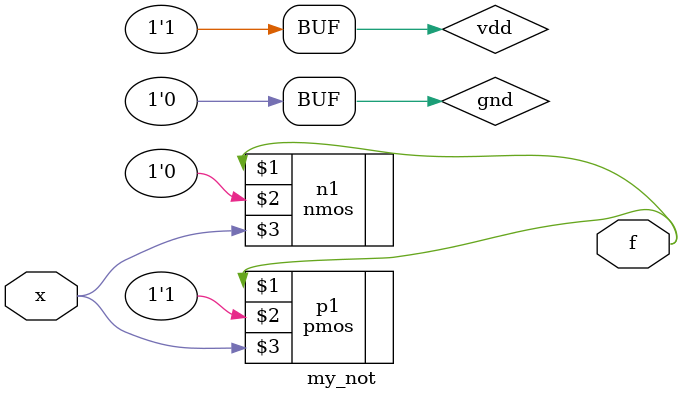
<source format=v>
module my_not (input x, output f);
	// internal declaration
	supply1 vdd;
	supply0 gnd;
	// NOT gate body
	pmos p1 (f, vdd, x);
	nmos n1 (f, gnd, x);
endmodule 
</source>
